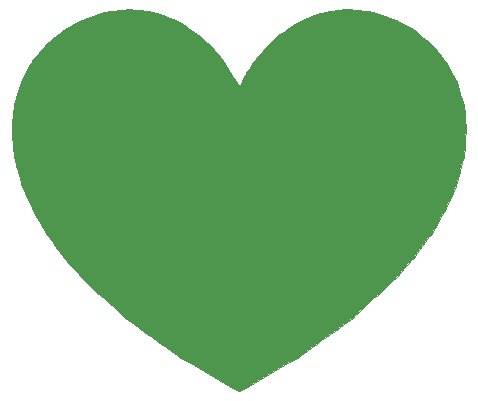
<source format=gto>
G04 #@! TF.FileFunction,Legend,Top*
%FSLAX46Y46*%
G04 Gerber Fmt 4.6, Leading zero omitted, Abs format (unit mm)*
G04 Created by KiCad (PCBNEW 4.0.0-rc2-stable) date 3/3/2016 3:06:40 PM*
%MOMM*%
G01*
G04 APERTURE LIST*
%ADD10C,0.150000*%
%ADD11C,0.025400*%
G04 APERTURE END LIST*
D10*
D11*
G36*
X79880939Y-18808963D02*
X80403695Y-18859595D01*
X80740675Y-18892234D01*
X81077655Y-18924876D01*
X81600575Y-18975522D01*
X81750778Y-18990070D01*
X81988038Y-19063437D01*
X82703538Y-19284685D01*
X83419038Y-19505938D01*
X83656346Y-19579320D01*
X83872043Y-19695742D01*
X84847583Y-20222299D01*
X85335353Y-20485576D01*
X85388461Y-20514240D01*
X85575355Y-20668187D01*
X86138885Y-21132383D01*
X86702420Y-21596576D01*
X86889319Y-21750529D01*
X87043124Y-21937422D01*
X87506904Y-22500975D01*
X87970684Y-23064524D01*
X88124496Y-23251422D01*
X88240924Y-23467118D01*
X88591989Y-24117459D01*
X88943040Y-24767804D01*
X89059463Y-24983491D01*
X89151281Y-25280262D01*
X89354077Y-25935759D01*
X89575317Y-26650844D01*
X89648676Y-26887974D01*
X89663310Y-27038195D01*
X89714230Y-27561234D01*
X89747065Y-27898392D01*
X89779890Y-28235566D01*
X89830835Y-28758765D01*
X89845486Y-28909168D01*
X89829997Y-29088034D01*
X89776187Y-29709506D01*
X89741497Y-30110116D01*
X89706817Y-30510744D01*
X89652981Y-31132411D01*
X89637484Y-31311384D01*
X89591029Y-31483399D01*
X89429629Y-32080994D01*
X89325589Y-32466209D01*
X89221549Y-32851439D01*
X89060089Y-33449219D01*
X89013580Y-33621464D01*
X88942117Y-33783351D01*
X88694102Y-34345259D01*
X88534222Y-34707471D01*
X88374338Y-35069708D01*
X88126242Y-35631788D01*
X88054651Y-35793972D01*
X87964072Y-35949142D01*
X87650152Y-36486938D01*
X87447792Y-36833606D01*
X87245422Y-37180293D01*
X86931382Y-37718253D01*
X86840770Y-37873489D01*
X86733005Y-38018364D01*
X86359546Y-38520443D01*
X86118800Y-38844085D01*
X85878055Y-39167747D01*
X85504470Y-39669980D01*
X85396579Y-39815020D01*
X85273199Y-39953119D01*
X84845914Y-40431329D01*
X84570485Y-40739586D01*
X84295049Y-41047859D01*
X83867635Y-41526215D01*
X83744220Y-41664335D01*
X83599826Y-41797342D01*
X83041926Y-42311239D01*
X82711266Y-42615819D01*
X82338756Y-42958951D01*
X81987286Y-43282697D01*
X81635820Y-43606439D01*
X81263331Y-43949552D01*
X80932711Y-44254087D01*
X80375016Y-44767797D01*
X80230773Y-44900658D01*
X80079142Y-45010887D01*
X79475802Y-45449459D01*
X79124322Y-45704960D01*
X78720452Y-45998539D01*
X78349352Y-46268291D01*
X77965158Y-46547569D01*
X77580792Y-46826969D01*
X77209512Y-47096857D01*
X76805452Y-47390577D01*
X76453802Y-47646187D01*
X75850412Y-48084801D01*
X75698693Y-48195091D01*
X75528472Y-48293742D01*
X74851562Y-48686049D01*
X74457222Y-48914595D01*
X74004102Y-49177206D01*
X73587752Y-49418509D01*
X73156702Y-49668326D01*
X72725466Y-49918252D01*
X72308922Y-50159666D01*
X71855578Y-50422402D01*
X71461052Y-50651052D01*
X70784082Y-51043406D01*
X70619618Y-51138724D01*
X70453985Y-51043398D01*
X69772325Y-50651083D01*
X69375215Y-50422537D01*
X68918915Y-50159930D01*
X68499655Y-49918627D01*
X68065585Y-49668810D01*
X67631325Y-49418886D01*
X67211855Y-49177470D01*
X66755345Y-48914736D01*
X66358050Y-48686083D01*
X65676335Y-48293733D01*
X65504903Y-48195074D01*
X65352835Y-48084808D01*
X64748025Y-47646235D01*
X64395685Y-47390742D01*
X63990823Y-47097155D01*
X63618815Y-46827395D01*
X63233678Y-46548125D01*
X62848378Y-46268725D01*
X62476190Y-45998843D01*
X62071138Y-45705123D01*
X61718633Y-45449508D01*
X61113759Y-45010888D01*
X60961712Y-44900635D01*
X60815451Y-44767682D01*
X60250128Y-44253782D01*
X59915068Y-43949202D01*
X59537596Y-43606072D01*
X59181456Y-43282320D01*
X58825315Y-42958582D01*
X58447870Y-42615472D01*
X58112853Y-42310930D01*
X57547739Y-41797222D01*
X57401557Y-41664340D01*
X57280852Y-41526368D01*
X56862501Y-41048160D01*
X56592821Y-40739898D01*
X56323128Y-40431625D01*
X55904638Y-39953274D01*
X55783758Y-39815093D01*
X55676714Y-39670074D01*
X55306124Y-39167995D01*
X55067232Y-38844352D01*
X54828328Y-38520691D01*
X54457621Y-38018458D01*
X54350635Y-37873517D01*
X54260128Y-37718318D01*
X53946487Y-37180522D01*
X53744316Y-36833854D01*
X53542131Y-36487167D01*
X53228391Y-35949207D01*
X53137865Y-35793974D01*
X53066307Y-35631858D01*
X52818289Y-35069945D01*
X52658419Y-34707728D01*
X52498539Y-34345496D01*
X52250446Y-33783412D01*
X52178963Y-33621461D01*
X52132461Y-33449289D01*
X51971055Y-32851692D01*
X51867009Y-32466477D01*
X51762959Y-32081246D01*
X51601506Y-31483471D01*
X51555029Y-31311384D01*
X51539539Y-31132484D01*
X51485736Y-30511010D01*
X51451049Y-30110400D01*
X51416366Y-29709771D01*
X51362548Y-29088105D01*
X51347059Y-28909168D01*
X51361696Y-28758826D01*
X51412615Y-28235787D01*
X51445440Y-27898627D01*
X51478270Y-27561456D01*
X51529210Y-27038255D01*
X51543841Y-26887969D01*
X51617070Y-26650837D01*
X51837895Y-25935752D01*
X52040318Y-25280255D01*
X52131960Y-24983492D01*
X52160659Y-24930397D01*
X52424258Y-24442639D01*
X52599992Y-24117466D01*
X52951472Y-23467125D01*
X53068045Y-23251425D01*
X53105907Y-23205411D01*
X53453742Y-22782749D01*
X53685630Y-22500974D01*
X54149407Y-21937421D01*
X54303212Y-21750528D01*
X54490112Y-21596576D01*
X55053653Y-21132383D01*
X55335422Y-20900285D01*
X55758075Y-20552139D01*
X55804086Y-20514240D01*
X55857192Y-20485576D01*
X56344956Y-20222299D01*
X56670132Y-20046780D01*
X57320485Y-19695742D01*
X57536174Y-19579320D01*
X57773489Y-19505938D01*
X58488989Y-19284685D01*
X59204489Y-19063437D01*
X59441749Y-18990070D01*
X59591888Y-18975528D01*
X60114639Y-18924893D01*
X60451614Y-18892259D01*
X60788604Y-18859616D01*
X61311519Y-18808967D01*
X61461812Y-18794409D01*
X61693666Y-18815861D01*
X62206390Y-18863299D01*
X62765718Y-18915049D01*
X62950944Y-18932186D01*
X63127454Y-18983879D01*
X63660516Y-19139992D01*
X64193571Y-19296104D01*
X64370364Y-19347878D01*
X64535803Y-19424155D01*
X65034643Y-19654163D01*
X65533483Y-19884168D01*
X65698829Y-19960403D01*
X65849636Y-20062380D01*
X66304646Y-20370048D01*
X66759656Y-20677718D01*
X66910755Y-20779887D01*
X67051883Y-20899382D01*
X67476823Y-21259196D01*
X67901783Y-21619010D01*
X68042733Y-21738357D01*
X68197449Y-21912997D01*
X68539154Y-22298702D01*
X68880860Y-22684405D01*
X69035526Y-22858987D01*
X69152762Y-23041621D01*
X69559332Y-23674933D01*
X69821402Y-24083174D01*
X70083492Y-24491432D01*
X70490182Y-25124939D01*
X70607992Y-25308466D01*
X70611504Y-25312083D01*
X70616146Y-25314050D01*
X70621187Y-25314055D01*
X70625833Y-25312099D01*
X70629845Y-25307658D01*
X70736615Y-25110736D01*
X70971505Y-24677506D01*
X71206385Y-24244279D01*
X71312789Y-24048034D01*
X71417941Y-23899921D01*
X71734746Y-23453708D01*
X72051536Y-23007495D01*
X72156773Y-22859279D01*
X72279078Y-22719499D01*
X72647298Y-22298692D01*
X72984824Y-21912953D01*
X73137685Y-21738255D01*
X73274364Y-21618883D01*
X73686340Y-21259069D01*
X74098320Y-20899255D01*
X74234984Y-20779894D01*
X74390388Y-20677813D01*
X74858783Y-20370143D01*
X75327179Y-20062475D01*
X75482497Y-19960447D01*
X75649155Y-19884183D01*
X76151745Y-19654178D01*
X76612455Y-19443338D01*
X76821037Y-19347884D01*
X76997977Y-19296105D01*
X77531452Y-19139993D01*
X78064927Y-18983880D01*
X78241572Y-18932186D01*
X78426800Y-18915049D01*
X78986125Y-18863299D01*
X79545470Y-18811549D01*
X79730707Y-18794409D01*
X79880939Y-18808963D01*
X79880939Y-18808963D01*
G37*
X79880939Y-18808963D02*
X80403695Y-18859595D01*
X80740675Y-18892234D01*
X81077655Y-18924876D01*
X81600575Y-18975522D01*
X81750778Y-18990070D01*
X81988038Y-19063437D01*
X82703538Y-19284685D01*
X83419038Y-19505938D01*
X83656346Y-19579320D01*
X83872043Y-19695742D01*
X84847583Y-20222299D01*
X85335353Y-20485576D01*
X85388461Y-20514240D01*
X85575355Y-20668187D01*
X86138885Y-21132383D01*
X86702420Y-21596576D01*
X86889319Y-21750529D01*
X87043124Y-21937422D01*
X87506904Y-22500975D01*
X87970684Y-23064524D01*
X88124496Y-23251422D01*
X88240924Y-23467118D01*
X88591989Y-24117459D01*
X88943040Y-24767804D01*
X89059463Y-24983491D01*
X89151281Y-25280262D01*
X89354077Y-25935759D01*
X89575317Y-26650844D01*
X89648676Y-26887974D01*
X89663310Y-27038195D01*
X89714230Y-27561234D01*
X89747065Y-27898392D01*
X89779890Y-28235566D01*
X89830835Y-28758765D01*
X89845486Y-28909168D01*
X89829997Y-29088034D01*
X89776187Y-29709506D01*
X89741497Y-30110116D01*
X89706817Y-30510744D01*
X89652981Y-31132411D01*
X89637484Y-31311384D01*
X89591029Y-31483399D01*
X89429629Y-32080994D01*
X89325589Y-32466209D01*
X89221549Y-32851439D01*
X89060089Y-33449219D01*
X89013580Y-33621464D01*
X88942117Y-33783351D01*
X88694102Y-34345259D01*
X88534222Y-34707471D01*
X88374338Y-35069708D01*
X88126242Y-35631788D01*
X88054651Y-35793972D01*
X87964072Y-35949142D01*
X87650152Y-36486938D01*
X87447792Y-36833606D01*
X87245422Y-37180293D01*
X86931382Y-37718253D01*
X86840770Y-37873489D01*
X86733005Y-38018364D01*
X86359546Y-38520443D01*
X86118800Y-38844085D01*
X85878055Y-39167747D01*
X85504470Y-39669980D01*
X85396579Y-39815020D01*
X85273199Y-39953119D01*
X84845914Y-40431329D01*
X84570485Y-40739586D01*
X84295049Y-41047859D01*
X83867635Y-41526215D01*
X83744220Y-41664335D01*
X83599826Y-41797342D01*
X83041926Y-42311239D01*
X82711266Y-42615819D01*
X82338756Y-42958951D01*
X81987286Y-43282697D01*
X81635820Y-43606439D01*
X81263331Y-43949552D01*
X80932711Y-44254087D01*
X80375016Y-44767797D01*
X80230773Y-44900658D01*
X80079142Y-45010887D01*
X79475802Y-45449459D01*
X79124322Y-45704960D01*
X78720452Y-45998539D01*
X78349352Y-46268291D01*
X77965158Y-46547569D01*
X77580792Y-46826969D01*
X77209512Y-47096857D01*
X76805452Y-47390577D01*
X76453802Y-47646187D01*
X75850412Y-48084801D01*
X75698693Y-48195091D01*
X75528472Y-48293742D01*
X74851562Y-48686049D01*
X74457222Y-48914595D01*
X74004102Y-49177206D01*
X73587752Y-49418509D01*
X73156702Y-49668326D01*
X72725466Y-49918252D01*
X72308922Y-50159666D01*
X71855578Y-50422402D01*
X71461052Y-50651052D01*
X70784082Y-51043406D01*
X70619618Y-51138724D01*
X70453985Y-51043398D01*
X69772325Y-50651083D01*
X69375215Y-50422537D01*
X68918915Y-50159930D01*
X68499655Y-49918627D01*
X68065585Y-49668810D01*
X67631325Y-49418886D01*
X67211855Y-49177470D01*
X66755345Y-48914736D01*
X66358050Y-48686083D01*
X65676335Y-48293733D01*
X65504903Y-48195074D01*
X65352835Y-48084808D01*
X64748025Y-47646235D01*
X64395685Y-47390742D01*
X63990823Y-47097155D01*
X63618815Y-46827395D01*
X63233678Y-46548125D01*
X62848378Y-46268725D01*
X62476190Y-45998843D01*
X62071138Y-45705123D01*
X61718633Y-45449508D01*
X61113759Y-45010888D01*
X60961712Y-44900635D01*
X60815451Y-44767682D01*
X60250128Y-44253782D01*
X59915068Y-43949202D01*
X59537596Y-43606072D01*
X59181456Y-43282320D01*
X58825315Y-42958582D01*
X58447870Y-42615472D01*
X58112853Y-42310930D01*
X57547739Y-41797222D01*
X57401557Y-41664340D01*
X57280852Y-41526368D01*
X56862501Y-41048160D01*
X56592821Y-40739898D01*
X56323128Y-40431625D01*
X55904638Y-39953274D01*
X55783758Y-39815093D01*
X55676714Y-39670074D01*
X55306124Y-39167995D01*
X55067232Y-38844352D01*
X54828328Y-38520691D01*
X54457621Y-38018458D01*
X54350635Y-37873517D01*
X54260128Y-37718318D01*
X53946487Y-37180522D01*
X53744316Y-36833854D01*
X53542131Y-36487167D01*
X53228391Y-35949207D01*
X53137865Y-35793974D01*
X53066307Y-35631858D01*
X52818289Y-35069945D01*
X52658419Y-34707728D01*
X52498539Y-34345496D01*
X52250446Y-33783412D01*
X52178963Y-33621461D01*
X52132461Y-33449289D01*
X51971055Y-32851692D01*
X51867009Y-32466477D01*
X51762959Y-32081246D01*
X51601506Y-31483471D01*
X51555029Y-31311384D01*
X51539539Y-31132484D01*
X51485736Y-30511010D01*
X51451049Y-30110400D01*
X51416366Y-29709771D01*
X51362548Y-29088105D01*
X51347059Y-28909168D01*
X51361696Y-28758826D01*
X51412615Y-28235787D01*
X51445440Y-27898627D01*
X51478270Y-27561456D01*
X51529210Y-27038255D01*
X51543841Y-26887969D01*
X51617070Y-26650837D01*
X51837895Y-25935752D01*
X52040318Y-25280255D01*
X52131960Y-24983492D01*
X52160659Y-24930397D01*
X52424258Y-24442639D01*
X52599992Y-24117466D01*
X52951472Y-23467125D01*
X53068045Y-23251425D01*
X53105907Y-23205411D01*
X53453742Y-22782749D01*
X53685630Y-22500974D01*
X54149407Y-21937421D01*
X54303212Y-21750528D01*
X54490112Y-21596576D01*
X55053653Y-21132383D01*
X55335422Y-20900285D01*
X55758075Y-20552139D01*
X55804086Y-20514240D01*
X55857192Y-20485576D01*
X56344956Y-20222299D01*
X56670132Y-20046780D01*
X57320485Y-19695742D01*
X57536174Y-19579320D01*
X57773489Y-19505938D01*
X58488989Y-19284685D01*
X59204489Y-19063437D01*
X59441749Y-18990070D01*
X59591888Y-18975528D01*
X60114639Y-18924893D01*
X60451614Y-18892259D01*
X60788604Y-18859616D01*
X61311519Y-18808967D01*
X61461812Y-18794409D01*
X61693666Y-18815861D01*
X62206390Y-18863299D01*
X62765718Y-18915049D01*
X62950944Y-18932186D01*
X63127454Y-18983879D01*
X63660516Y-19139992D01*
X64193571Y-19296104D01*
X64370364Y-19347878D01*
X64535803Y-19424155D01*
X65034643Y-19654163D01*
X65533483Y-19884168D01*
X65698829Y-19960403D01*
X65849636Y-20062380D01*
X66304646Y-20370048D01*
X66759656Y-20677718D01*
X66910755Y-20779887D01*
X67051883Y-20899382D01*
X67476823Y-21259196D01*
X67901783Y-21619010D01*
X68042733Y-21738357D01*
X68197449Y-21912997D01*
X68539154Y-22298702D01*
X68880860Y-22684405D01*
X69035526Y-22858987D01*
X69152762Y-23041621D01*
X69559332Y-23674933D01*
X69821402Y-24083174D01*
X70083492Y-24491432D01*
X70490182Y-25124939D01*
X70607992Y-25308466D01*
X70611504Y-25312083D01*
X70616146Y-25314050D01*
X70621187Y-25314055D01*
X70625833Y-25312099D01*
X70629845Y-25307658D01*
X70736615Y-25110736D01*
X70971505Y-24677506D01*
X71206385Y-24244279D01*
X71312789Y-24048034D01*
X71417941Y-23899921D01*
X71734746Y-23453708D01*
X72051536Y-23007495D01*
X72156773Y-22859279D01*
X72279078Y-22719499D01*
X72647298Y-22298692D01*
X72984824Y-21912953D01*
X73137685Y-21738255D01*
X73274364Y-21618883D01*
X73686340Y-21259069D01*
X74098320Y-20899255D01*
X74234984Y-20779894D01*
X74390388Y-20677813D01*
X74858783Y-20370143D01*
X75327179Y-20062475D01*
X75482497Y-19960447D01*
X75649155Y-19884183D01*
X76151745Y-19654178D01*
X76612455Y-19443338D01*
X76821037Y-19347884D01*
X76997977Y-19296105D01*
X77531452Y-19139993D01*
X78064927Y-18983880D01*
X78241572Y-18932186D01*
X78426800Y-18915049D01*
X78986125Y-18863299D01*
X79545470Y-18811549D01*
X79730707Y-18794409D01*
X79880939Y-18808963D01*
M02*

</source>
